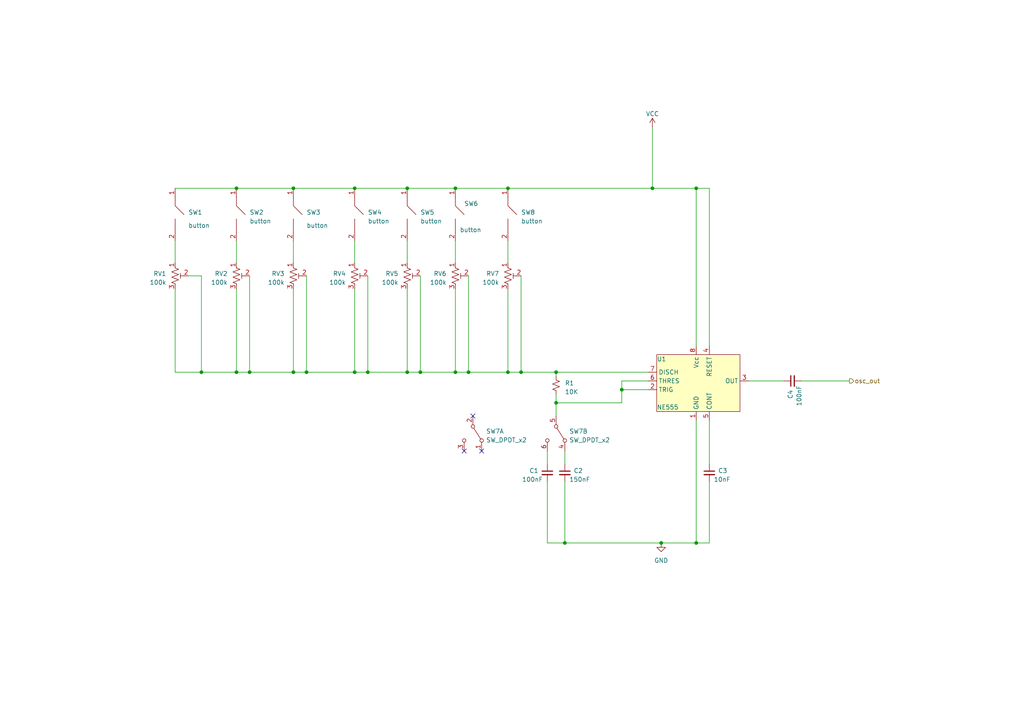
<source format=kicad_sch>
(kicad_sch (version 20210406) (generator eeschema)
  (paper "A4")
  (lib_symbols
    (symbol "Device:C_Small" (pin_numbers hide) (pin_names (offset 0.254) hide)
      (property "Reference" "C" (at 0.254 1.778 0))
      (property "Value" "C_Small" (at 0.254 -2.032 0))
      (symbol "C_Small_0_1"
        (polyline (pts (xy -1.524 -0.508) (xy 1.524 -0.508)) (stroke (width 0.3302)))
        (polyline (pts (xy -1.524 0.508) (xy 1.524 0.508)) (stroke (width 0.3048)))
      )
      (symbol "C_Small_1_1"
        (pin passive line (at 0 2.54 270) (length 2.032) (name "~") (number "1"))
        (pin passive line (at 0 -2.54 90) (length 2.032) (name "~") (number "2"))
      )
    )
    (symbol "Device:R_Potentiometer_Trim_US" (pin_names (offset 1.016) hide)
      (property "Reference" "RV" (at -4.445 0 90))
      (property "Value" "R_Potentiometer_Trim_US" (at -2.54 0 90))
      (symbol "R_Potentiometer_Trim_US_0_1"
        (polyline (pts (xy 0 -2.286) (xy 0 -2.54)))
        (polyline (pts (xy 0 2.286) (xy 0 2.54)))
        (polyline (pts (xy 1.524 0.762) (xy 1.524 -0.762)))
        (polyline (pts (xy 2.54 0) (xy 1.524 0)))
        (polyline (pts (xy 0 -0.762) (xy 1.016 -1.143) (xy 0 -1.524) (xy -1.016 -1.905) (xy 0 -2.286)))
        (polyline (pts (xy 0 0.762) (xy 1.016 0.381) (xy 0 0) (xy -1.016 -0.381) (xy 0 -0.762)))
        (polyline (pts (xy 0 2.286) (xy 1.016 1.905) (xy 0 1.524) (xy -1.016 1.143) (xy 0 0.762)))
      )
      (symbol "R_Potentiometer_Trim_US_1_1"
        (pin passive line (at 0 3.81 270) (length 1.27) (name "1") (number "1"))
        (pin passive line (at 3.81 0 180) (length 1.27) (name "2") (number "2"))
        (pin passive line (at 0 -3.81 90) (length 1.27) (name "3") (number "3"))
      )
    )
    (symbol "Device:R_Small_US" (pin_numbers hide) (pin_names (offset 0.254) hide)
      (property "Reference" "R" (at 0.762 0.508 0))
      (property "Value" "R_Small_US" (at 0.762 -1.016 0))
      (symbol "R_Small_US_1_1"
        (polyline (pts (xy 0 0) (xy 1.016 -0.381) (xy 0 -0.762) (xy -1.016 -1.143) (xy 0 -1.524)))
        (polyline (pts (xy 0 1.524) (xy 1.016 1.143) (xy 0 0.762) (xy -1.016 0.381) (xy 0 0)))
        (pin passive line (at 0 2.54 270) (length 1.016) (name "~") (number "1"))
        (pin passive line (at 0 -2.54 90) (length 1.016) (name "~") (number "2"))
      )
    )
    (symbol "Halfgelijders:NE555"
      (property "Reference" "U" (at 3.81 -2.54 0))
      (property "Value" "NE555" (at 5.08 -5.08 0))
      (symbol "NE555_0_1"
        (rectangle (start -6.35 5.08) (end 17.78 -11.43) (stroke (width 0.1524)) (fill (type background)))
      )
      (symbol "NE555_1_1"
        (pin power_out line (at 5.08 -13.97 90) (length 2.54) (name "GND") (number "1"))
        (pin input line (at -8.89 -5.08 0) (length 2.54) (name "TRIG") (number "2"))
        (pin output line (at 20.32 -2.54 180) (length 2.54) (name "OUT") (number "3"))
        (pin input line (at 8.89 7.62 270) (length 2.54) (name "RESET") (number "4"))
        (pin bidirectional line (at 8.89 -13.97 90) (length 2.54) (name "CONT") (number "5"))
        (pin input line (at -8.89 -2.54 0) (length 2.54) (name "THRES") (number "6"))
        (pin output line (at -8.89 0 0) (length 2.54) (name "DISCH") (number "7"))
        (pin power_in line (at 5.08 7.62 270) (length 2.54) (name "Vcc") (number "8"))
      )
    )
    (symbol "Switch:SW_DPDT_x2" (pin_names (offset 0) hide)
      (property "Reference" "SW" (at 0 4.318 0))
      (property "Value" "SW_DPDT_x2" (at 0 -5.08 0))
      (symbol "SW_DPDT_x2_0_0"
        (circle (center -2.032 0) (radius 0.508))
        (circle (center 2.032 -2.54) (radius 0.508))
      )
      (symbol "SW_DPDT_x2_0_1"
        (circle (center 2.032 2.54) (radius 0.508))
        (polyline (pts (xy -1.524 0.254) (xy 1.651 2.286)))
      )
      (symbol "SW_DPDT_x2_1_1"
        (pin passive line (at 5.08 2.54 180) (length 2.54) (name "A") (number "1"))
        (pin passive line (at -5.08 0 0) (length 2.54) (name "B") (number "2"))
        (pin passive line (at 5.08 -2.54 180) (length 2.54) (name "C") (number "3"))
      )
      (symbol "SW_DPDT_x2_2_1"
        (pin passive line (at 5.08 2.54 180) (length 2.54) (name "A") (number "4"))
        (pin passive line (at -5.08 0 0) (length 2.54) (name "B") (number "5"))
        (pin passive line (at 5.08 -2.54 180) (length 2.54) (name "C") (number "6"))
      )
    )
    (symbol "power:GND" (power) (pin_names (offset 0))
      (property "Value" "GND" (at 0 -3.81 0))
      (symbol "GND_0_1"
        (polyline (pts (xy 0 0) (xy 0 -1.27) (xy 1.27 -1.27) (xy 0 -2.54) (xy -1.27 -1.27) (xy 0 -1.27)))
      )
      (symbol "GND_1_1"
        (pin power_in line (at 0 0 270) (length 0) hide (name "GND") (number "1"))
      )
    )
    (symbol "power:VCC" (power) (pin_names (offset 0))
      (property "Value" "VCC" (at 0 3.81 0))
      (symbol "VCC_0_1"
        (polyline (pts (xy -0.762 1.27) (xy 0 2.54)))
        (polyline (pts (xy 0 0) (xy 0 2.54)))
        (polyline (pts (xy 0 2.54) (xy 0.762 1.27)))
      )
      (symbol "VCC_1_1"
        (pin power_in line (at 0 0 90) (length 0) hide (name "VCC") (number "1"))
      )
    )
    (symbol "vanalles:button" (pin_names (offset 1.016))
      (property "Reference" "SW" (at 5.08 -3.81 0))
      (property "Value" "button" (at 5.08 -1.27 0))
      (symbol "button_0_1"
        (rectangle (start 6.35 0) (end 10.16 0))
        (polyline (pts (xy 0 0) (xy 2.54 0) (xy 5.08 2.54)))
      )
      (symbol "button_1_1"
        (pin unspecified line (at -2.54 0 0) (length 2.54) (name "~") (number "1"))
        (pin unspecified line (at 12.7 0 180) (length 2.54) (name "~") (number "2"))
      )
    )
  )
  (junction (at 58.42 107.95) (diameter 0.9144))
  (junction (at 68.58 54.61) (diameter 0.9144))
  (junction (at 68.58 107.95) (diameter 0.9144))
  (junction (at 72.39 107.95) (diameter 0.9144))
  (junction (at 85.09 54.61) (diameter 0.9144))
  (junction (at 85.09 107.95) (diameter 0.9144))
  (junction (at 88.9 107.95) (diameter 0.9144))
  (junction (at 102.87 54.61) (diameter 0.9144))
  (junction (at 102.87 107.95) (diameter 0.9144))
  (junction (at 106.68 107.95) (diameter 0.9144))
  (junction (at 118.11 54.61) (diameter 0.9144))
  (junction (at 118.11 107.95) (diameter 0.9144))
  (junction (at 121.92 107.95) (diameter 0.9144))
  (junction (at 132.08 54.61) (diameter 0.9144))
  (junction (at 132.08 107.95) (diameter 0.9144))
  (junction (at 135.89 107.95) (diameter 0.9144))
  (junction (at 147.32 54.61) (diameter 0.9144))
  (junction (at 147.32 107.95) (diameter 0.9144))
  (junction (at 151.13 107.95) (diameter 0.9144))
  (junction (at 161.29 107.95) (diameter 0.9144))
  (junction (at 161.29 116.84) (diameter 0.9144))
  (junction (at 163.83 157.48) (diameter 0.9144))
  (junction (at 180.34 113.03) (diameter 0.9144))
  (junction (at 189.23 54.61) (diameter 0.9144))
  (junction (at 191.77 157.48) (diameter 0.9144))
  (junction (at 201.93 54.61) (diameter 0.9144))
  (junction (at 201.93 157.48) (diameter 0.9144))
  (no_connect (at 134.62 130.81))
  (no_connect (at 137.16 120.65))
  (no_connect (at 139.7 130.81))
  (wire (pts (xy 50.8 54.61) (xy 68.58 54.61)))
  (wire (pts (xy 50.8 69.85) (xy 50.8 76.2)))
  (wire (pts (xy 50.8 107.95) (xy 50.8 83.82)))
  (wire (pts (xy 50.8 107.95) (xy 58.42 107.95)))
  (wire (pts (xy 54.61 80.01) (xy 58.42 80.01)))
  (wire (pts (xy 58.42 80.01) (xy 58.42 107.95)))
  (wire (pts (xy 58.42 107.95) (xy 68.58 107.95)))
  (wire (pts (xy 68.58 54.61) (xy 85.09 54.61)))
  (wire (pts (xy 68.58 69.85) (xy 68.58 76.2)))
  (wire (pts (xy 68.58 83.82) (xy 68.58 107.95)))
  (wire (pts (xy 68.58 107.95) (xy 72.39 107.95)))
  (wire (pts (xy 72.39 80.01) (xy 72.39 107.95)))
  (wire (pts (xy 72.39 107.95) (xy 85.09 107.95)))
  (wire (pts (xy 85.09 54.61) (xy 102.87 54.61)))
  (wire (pts (xy 85.09 69.85) (xy 85.09 76.2)))
  (wire (pts (xy 85.09 83.82) (xy 85.09 107.95)))
  (wire (pts (xy 85.09 107.95) (xy 88.9 107.95)))
  (wire (pts (xy 88.9 80.01) (xy 88.9 107.95)))
  (wire (pts (xy 88.9 107.95) (xy 102.87 107.95)))
  (wire (pts (xy 102.87 54.61) (xy 118.11 54.61)))
  (wire (pts (xy 102.87 69.85) (xy 102.87 76.2)))
  (wire (pts (xy 102.87 83.82) (xy 102.87 107.95)))
  (wire (pts (xy 102.87 107.95) (xy 106.68 107.95)))
  (wire (pts (xy 106.68 80.01) (xy 106.68 107.95)))
  (wire (pts (xy 106.68 107.95) (xy 118.11 107.95)))
  (wire (pts (xy 118.11 54.61) (xy 132.08 54.61)))
  (wire (pts (xy 118.11 69.85) (xy 118.11 76.2)))
  (wire (pts (xy 118.11 83.82) (xy 118.11 107.95)))
  (wire (pts (xy 118.11 107.95) (xy 121.92 107.95)))
  (wire (pts (xy 121.92 80.01) (xy 121.92 107.95)))
  (wire (pts (xy 121.92 107.95) (xy 132.08 107.95)))
  (wire (pts (xy 132.08 54.61) (xy 147.32 54.61)))
  (wire (pts (xy 132.08 69.85) (xy 132.08 76.2)))
  (wire (pts (xy 132.08 83.82) (xy 132.08 107.95)))
  (wire (pts (xy 132.08 107.95) (xy 135.89 107.95)))
  (wire (pts (xy 135.89 80.01) (xy 135.89 107.95)))
  (wire (pts (xy 135.89 107.95) (xy 147.32 107.95)))
  (wire (pts (xy 147.32 54.61) (xy 189.23 54.61)))
  (wire (pts (xy 147.32 69.85) (xy 147.32 76.2)))
  (wire (pts (xy 147.32 83.82) (xy 147.32 107.95)))
  (wire (pts (xy 147.32 107.95) (xy 151.13 107.95)))
  (wire (pts (xy 151.13 80.01) (xy 151.13 107.95)))
  (wire (pts (xy 151.13 107.95) (xy 161.29 107.95)))
  (wire (pts (xy 158.75 130.81) (xy 158.75 134.62)))
  (wire (pts (xy 158.75 157.48) (xy 158.75 139.7)))
  (wire (pts (xy 158.75 157.48) (xy 163.83 157.48)))
  (wire (pts (xy 161.29 107.95) (xy 187.96 107.95)))
  (wire (pts (xy 161.29 109.22) (xy 161.29 107.95)))
  (wire (pts (xy 161.29 114.3) (xy 161.29 116.84)))
  (wire (pts (xy 161.29 116.84) (xy 161.29 120.65)))
  (wire (pts (xy 161.29 116.84) (xy 180.34 116.84)))
  (wire (pts (xy 163.83 130.81) (xy 163.83 134.62)))
  (wire (pts (xy 163.83 139.7) (xy 163.83 157.48)))
  (wire (pts (xy 163.83 157.48) (xy 191.77 157.48)))
  (wire (pts (xy 180.34 110.49) (xy 180.34 113.03)))
  (wire (pts (xy 180.34 113.03) (xy 180.34 116.84)))
  (wire (pts (xy 180.34 113.03) (xy 187.96 113.03)))
  (wire (pts (xy 187.96 110.49) (xy 180.34 110.49)))
  (wire (pts (xy 189.23 36.83) (xy 189.23 54.61)))
  (wire (pts (xy 189.23 54.61) (xy 201.93 54.61)))
  (wire (pts (xy 191.77 157.48) (xy 201.93 157.48)))
  (wire (pts (xy 201.93 54.61) (xy 205.74 54.61)))
  (wire (pts (xy 201.93 100.33) (xy 201.93 54.61)))
  (wire (pts (xy 201.93 121.92) (xy 201.93 157.48)))
  (wire (pts (xy 201.93 157.48) (xy 205.74 157.48)))
  (wire (pts (xy 205.74 54.61) (xy 205.74 100.33)))
  (wire (pts (xy 205.74 121.92) (xy 205.74 134.62)))
  (wire (pts (xy 205.74 139.7) (xy 205.74 157.48)))
  (wire (pts (xy 217.17 110.49) (xy 227.33 110.49)))
  (wire (pts (xy 232.41 110.49) (xy 246.38 110.49)))
  (hierarchical_label "osc_out" (shape output) (at 246.38 110.49 0))
  (symbol (lib_id "power:VCC") (at 189.23 36.83 0) (unit 1)
    (property "Reference" "#PWR0101" (effects hide))
    (property "Value" "VCC" (at 189.23 33.02 0))
  )
  (symbol (lib_id "power:GND") (at 191.77 157.48 0) (unit 1)
    (property "Reference" "#PWR0102" (effects hide))
    (property "Value" "GND" (at 191.77 162.56 0))
  )
  (symbol (lib_id "Device:R_Small_US") (at 161.29 111.76 0) (unit 1)
    (property "Reference" "R1" (at 163.83 111.1249 0) (effects (justify left)))
    (property "Value" "10K" (at 163.83 113.6649 0) (effects (justify left)))
    (property "Footprint" "vanalles:0603RL" (effects hide))
  )
  (symbol (lib_id "Device:C_Small") (at 158.75 137.16 0) (mirror y) (unit 1)
    (property "Reference" "C1" (at 156.21 136.5249 0) (effects (justify left)))
    (property "Value" "100nF" (at 157.48 139.0649 0) (effects (justify left)))
    (property "Footprint" "vanalles:0603" (effects hide))
  )
  (symbol (lib_id "Device:C_Small") (at 163.83 137.16 0) (unit 1)
    (property "Reference" "C2" (at 166.37 136.5249 0) (effects (justify left)))
    (property "Value" "150nF" (at 165.1 139.0649 0) (effects (justify left)))
    (property "Footprint" "vanalles:0603" (effects hide))
  )
  (symbol (lib_id "Device:C_Small") (at 205.74 137.16 0) (unit 1)
    (property "Reference" "C3" (at 208.28 136.5249 0) (effects (justify left)))
    (property "Value" "10nF" (at 207.01 139.0649 0) (effects (justify left)))
    (property "Footprint" "vanalles:0603" (effects hide))
  )
  (symbol (lib_id "Device:C_Small") (at 229.87 110.49 90) (mirror x) (unit 1)
    (property "Reference" "C4" (at 229.2349 113.03 0) (effects (justify left)))
    (property "Value" "100nF" (at 231.7749 111.76 0) (effects (justify left)))
    (property "Footprint" "vanalles:0603" (effects hide))
  )
  (symbol (lib_id "Device:R_Potentiometer_Trim_US") (at 50.8 80.01 0) (unit 1)
    (property "Reference" "RV1" (at 48.26 79.3749 0) (effects (justify right)))
    (property "Value" "100k" (at 48.26 81.9149 0) (effects (justify right)))
    (property "Footprint" "vanalles:BOURNS_3214X-1-104E" (effects hide))
  )
  (symbol (lib_id "Device:R_Potentiometer_Trim_US") (at 68.58 80.01 0) (unit 1)
    (property "Reference" "RV2" (at 66.04 79.3749 0) (effects (justify right)))
    (property "Value" "100k" (at 66.04 81.9149 0) (effects (justify right)))
    (property "Footprint" "vanalles:BOURNS_3214X-1-104E" (effects hide))
  )
  (symbol (lib_id "Device:R_Potentiometer_Trim_US") (at 85.09 80.01 0) (unit 1)
    (property "Reference" "RV3" (at 82.55 79.3749 0) (effects (justify right)))
    (property "Value" "100k" (at 82.55 81.9149 0) (effects (justify right)))
    (property "Footprint" "vanalles:BOURNS_3214X-1-104E" (effects hide))
  )
  (symbol (lib_id "Device:R_Potentiometer_Trim_US") (at 102.87 80.01 0) (unit 1)
    (property "Reference" "RV4" (at 100.33 79.3749 0) (effects (justify right)))
    (property "Value" "100k" (at 100.33 81.9149 0) (effects (justify right)))
    (property "Footprint" "vanalles:BOURNS_3214X-1-104E" (effects hide))
  )
  (symbol (lib_id "Device:R_Potentiometer_Trim_US") (at 118.11 80.01 0) (unit 1)
    (property "Reference" "RV5" (at 115.57 79.3749 0) (effects (justify right)))
    (property "Value" "100k" (at 115.57 81.9149 0) (effects (justify right)))
    (property "Footprint" "vanalles:BOURNS_3214X-1-104E" (effects hide))
  )
  (symbol (lib_id "Device:R_Potentiometer_Trim_US") (at 132.08 80.01 0) (unit 1)
    (property "Reference" "RV6" (at 129.54 79.3749 0) (effects (justify right)))
    (property "Value" "100k" (at 129.54 81.9149 0) (effects (justify right)))
    (property "Footprint" "vanalles:BOURNS_3214X-1-104E" (effects hide))
  )
  (symbol (lib_id "Device:R_Potentiometer_Trim_US") (at 147.32 80.01 0) (unit 1)
    (property "Reference" "RV7" (at 144.78 79.3749 0) (effects (justify right)))
    (property "Value" "100k" (at 144.78 81.9149 0) (effects (justify right)))
    (property "Footprint" "vanalles:BOURNS_3214X-1-104E" (effects hide))
  )
  (symbol (lib_id "vanalles:button") (at 50.8 57.15 270) (unit 1)
    (property "Reference" "SW1" (at 54.61 61.5949 90) (effects (justify left)))
    (property "Value" "button" (at 54.61 65.4049 90) (effects (justify left)))
    (property "Footprint" "vanalles:SOFNG_TS-1187-1526" (effects hide))
  )
  (symbol (lib_id "vanalles:button") (at 68.58 57.15 270) (unit 1)
    (property "Reference" "SW2" (at 72.39 61.5949 90) (effects (justify left)))
    (property "Value" "button" (at 72.39 64.1349 90) (effects (justify left)))
    (property "Footprint" "vanalles:SOFNG_TS-1187-1526" (effects hide))
  )
  (symbol (lib_id "vanalles:button") (at 85.09 57.15 270) (unit 1)
    (property "Reference" "SW3" (at 88.9 61.5949 90) (effects (justify left)))
    (property "Value" "button" (at 88.9 65.4049 90) (effects (justify left)))
    (property "Footprint" "vanalles:SOFNG_TS-1187-1526" (effects hide))
  )
  (symbol (lib_id "vanalles:button") (at 102.87 57.15 270) (unit 1)
    (property "Reference" "SW4" (at 106.68 61.5949 90) (effects (justify left)))
    (property "Value" "button" (at 106.68 64.1349 90) (effects (justify left)))
    (property "Footprint" "vanalles:SOFNG_TS-1187-1526" (effects hide))
  )
  (symbol (lib_id "vanalles:button") (at 118.11 57.15 270) (unit 1)
    (property "Reference" "SW5" (at 121.92 61.5949 90) (effects (justify left)))
    (property "Value" "button" (at 121.92 64.1349 90) (effects (justify left)))
    (property "Footprint" "vanalles:SOFNG_TS-1187-1526" (effects hide))
  )
  (symbol (lib_id "vanalles:button") (at 132.08 57.15 270) (unit 1)
    (property "Reference" "SW6" (at 134.62 59.0549 90) (effects (justify left)))
    (property "Value" "button" (at 133.35 66.6749 90) (effects (justify left)))
    (property "Footprint" "vanalles:SOFNG_TS-1187-1526" (effects hide))
  )
  (symbol (lib_id "vanalles:button") (at 147.32 57.15 270) (unit 1)
    (property "Reference" "SW8" (at 151.13 61.5949 90) (effects (justify left)))
    (property "Value" "button" (at 151.13 64.1349 90) (effects (justify left)))
    (property "Footprint" "vanalles:SOFNG_TS-1187-1526" (effects hide))
  )
  (symbol (lib_id "Switch:SW_DPDT_x2") (at 137.16 125.73 270) (unit 1)
    (property "Reference" "SW7" (at 140.97 125.0949 90) (effects (justify left)))
    (property "Value" "SW_DPDT_x2" (at 140.97 127.6349 90) (effects (justify left)))
    (property "Footprint" "vanalles:CK_JS202011SCQN" (effects hide))
  )
  (symbol (lib_id "Switch:SW_DPDT_x2") (at 161.29 125.73 270) (unit 2)
    (property "Reference" "SW7" (at 165.1 125.0949 90) (effects (justify left)))
    (property "Value" "SW_DPDT_x2" (at 165.1 127.6349 90) (effects (justify left)))
    (property "Footprint" "vanalles:CK_JS202011SCQN" (effects hide))
  )
  (symbol (lib_id "Halfgelijders:NE555") (at 196.85 107.95 0) (unit 1)
    (property "Reference" "U1" (at 190.5 104.1399 0) (effects (justify left)))
    (property "Value" "NE555" (at 190.5 118.1099 0) (effects (justify left)))
    (property "Footprint" "halfgeleiders:ne55smd" (effects hide))
  )
)
</source>
